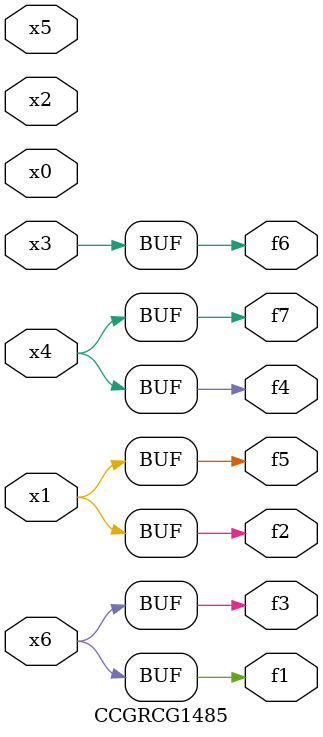
<source format=v>
module CCGRCG1485(
	input x0, x1, x2, x3, x4, x5, x6,
	output f1, f2, f3, f4, f5, f6, f7
);
	assign f1 = x6;
	assign f2 = x1;
	assign f3 = x6;
	assign f4 = x4;
	assign f5 = x1;
	assign f6 = x3;
	assign f7 = x4;
endmodule

</source>
